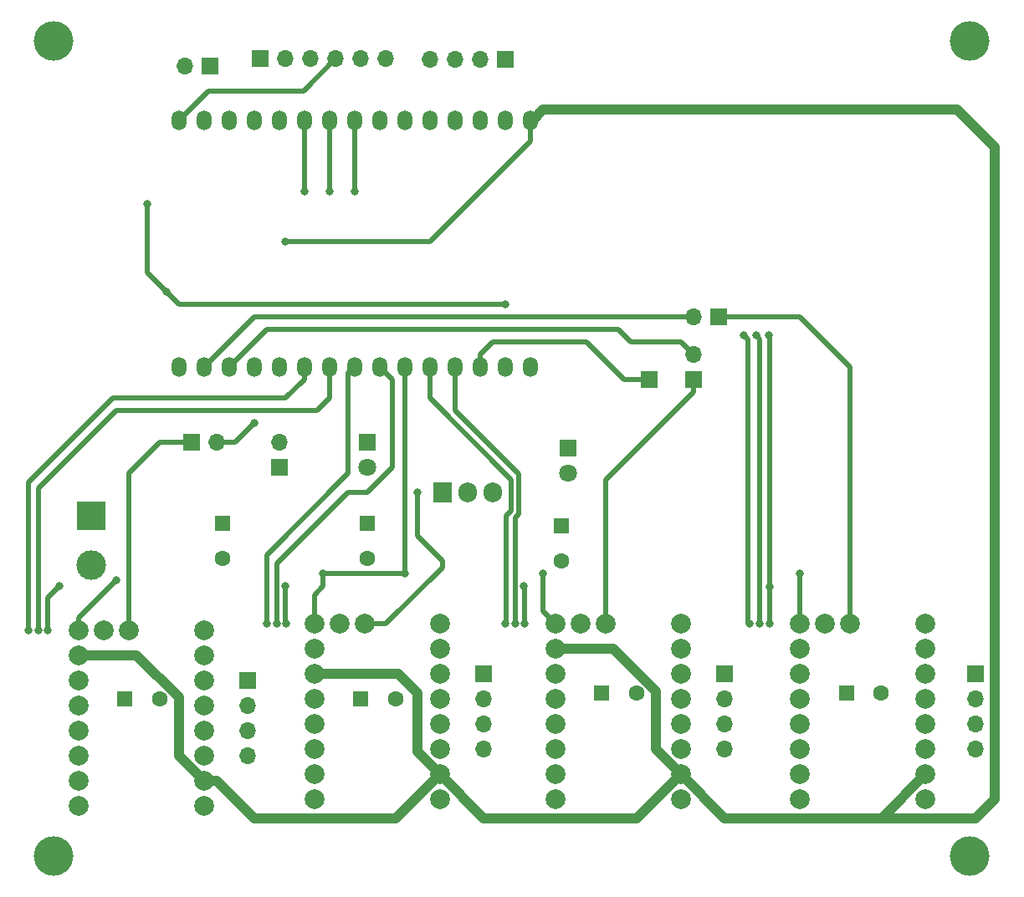
<source format=gbr>
%TF.GenerationSoftware,KiCad,Pcbnew,6.0.0-d3dd2cf0fa~116~ubuntu20.04.1*%
%TF.CreationDate,2022-01-03T11:45:49-03:00*%
%TF.ProjectId,CNC,434e432e-6b69-4636-9164-5f7063625858,1*%
%TF.SameCoordinates,Original*%
%TF.FileFunction,Copper,L2,Bot*%
%TF.FilePolarity,Positive*%
%FSLAX46Y46*%
G04 Gerber Fmt 4.6, Leading zero omitted, Abs format (unit mm)*
G04 Created by KiCad (PCBNEW 6.0.0-d3dd2cf0fa~116~ubuntu20.04.1) date 2022-01-03 11:45:49*
%MOMM*%
%LPD*%
G01*
G04 APERTURE LIST*
%TA.AperFunction,ComponentPad*%
%ADD10O,1.500000X2.000000*%
%TD*%
%TA.AperFunction,ComponentPad*%
%ADD11R,1.600000X1.600000*%
%TD*%
%TA.AperFunction,ComponentPad*%
%ADD12C,1.600000*%
%TD*%
%TA.AperFunction,ComponentPad*%
%ADD13R,1.905000X2.000000*%
%TD*%
%TA.AperFunction,ComponentPad*%
%ADD14O,1.905000X2.000000*%
%TD*%
%TA.AperFunction,ComponentPad*%
%ADD15R,1.800000X1.800000*%
%TD*%
%TA.AperFunction,ComponentPad*%
%ADD16C,1.800000*%
%TD*%
%TA.AperFunction,ComponentPad*%
%ADD17C,2.000000*%
%TD*%
%TA.AperFunction,ComponentPad*%
%ADD18R,1.700000X1.700000*%
%TD*%
%TA.AperFunction,ComponentPad*%
%ADD19O,1.700000X1.700000*%
%TD*%
%TA.AperFunction,ComponentPad*%
%ADD20R,3.000000X3.000000*%
%TD*%
%TA.AperFunction,ComponentPad*%
%ADD21C,3.000000*%
%TD*%
%TA.AperFunction,ViaPad*%
%ADD22C,0.800000*%
%TD*%
%TA.AperFunction,ViaPad*%
%ADD23C,4.000000*%
%TD*%
%TA.AperFunction,Conductor*%
%ADD24C,0.500000*%
%TD*%
%TA.AperFunction,Conductor*%
%ADD25C,1.000000*%
%TD*%
G04 APERTURE END LIST*
D10*
%TO.P,U2,1,EN*%
%TO.N,unconnected-(U2-Pad1)*%
X115505480Y-91262865D03*
%TO.P,U2,2,VP/GPIO36/ADC1_CH0*%
%TO.N,Net-(U2-Pad2)*%
X118045480Y-91262865D03*
%TO.P,U2,3,VN/GPIO39/ADC1_CH3*%
%TO.N,Net-(U2-Pad3)*%
X120585480Y-91262865D03*
%TO.P,U2,4,GPIO34/ADC1_CH6*%
%TO.N,Net-(U2-Pad4)*%
X123125480Y-91262865D03*
%TO.P,U2,5,GPIO35/ADC1_CH7*%
%TO.N,Net-(U2-Pad5)*%
X125665480Y-91262865D03*
%TO.P,U2,6,GPIO32/ADC1_CH4/TOUCH9*%
%TO.N,A-DIR*%
X128205480Y-91262865D03*
%TO.P,U2,7,GPIO33/ADC1_CH/TOUCH8*%
%TO.N,A-STEP*%
X130745480Y-91262865D03*
%TO.P,U2,8,GPIO25/DAC1/ADC2_CH8*%
%TO.N,Z-DIR*%
X133285480Y-91262865D03*
%TO.P,U2,9,GPIO26/DAC2/ADC2_CH9*%
%TO.N,Z-STEP*%
X135825480Y-91262865D03*
%TO.P,U2,10,GPIO27/ADC2_CH7/TOUCH7*%
%TO.N,MOT-ENABLE*%
X138365480Y-91262865D03*
%TO.P,U2,11,GPIO14/HSPI_CLK/ADC2_CH6/TOUCH6*%
%TO.N,Y-DIR*%
X140905480Y-91262865D03*
%TO.P,U2,12,GPIO12/HSPI_MISO/ADC2_CH5/TOUCH5*%
%TO.N,Y-STEP*%
X143445480Y-91262865D03*
%TO.P,U2,13,GPIO13/HSPI_MOSI/ADC2_CH4/TOUCH4*%
%TO.N,Net-(U2-Pad13)*%
X145985480Y-91262865D03*
%TO.P,U2,14,GND*%
%TO.N,GND*%
X148525480Y-91262865D03*
%TO.P,U2,15,VIN*%
%TO.N,+5V*%
X151065480Y-91262865D03*
%TO.P,U2,16,3V3*%
%TO.N,+3V3*%
X151065480Y-66262865D03*
%TO.P,U2,17,GND*%
%TO.N,GND*%
X148525480Y-66262865D03*
%TO.P,U2,18,GPIO15/HSPI_CS0/ADC2_CH3/TOUCH3*%
%TO.N,Net-(U2-Pad18)*%
X145985480Y-66262865D03*
%TO.P,U2,19,GPIO2/ADC2_CH2/TOUCH2/BOARD_LED*%
%TO.N,Net-(U2-Pad19)*%
X143445480Y-66262865D03*
%TO.P,U2,20,GPIO4/ADC2_CH0/TOUCH0*%
%TO.N,Net-(U2-Pad20)*%
X140905480Y-66262865D03*
%TO.P,U2,21,GPIO16/UART2_RX*%
%TO.N,MOT_UART*%
X138365480Y-66262865D03*
%TO.P,U2,22,GPIO17/UART2_TX*%
%TO.N,Net-(R3-Pad1)*%
X135825480Y-66262865D03*
%TO.P,U2,23,GPIO5/VSPI_CS0*%
%TO.N,SD-CS*%
X133285480Y-66262865D03*
%TO.P,U2,24,GPIO18/VSPI_CLK*%
%TO.N,SD-CLK*%
X130745480Y-66262865D03*
%TO.P,U2,25,GPIO19/VSPI_MISO*%
%TO.N,SD-MISO*%
X128205480Y-66262865D03*
%TO.P,U2,26,GPIO21/I2C_SDA*%
%TO.N,X-STEP*%
X125665480Y-66262865D03*
%TO.P,U2,27,GPIO3/UART0_RX*%
%TO.N,Net-(J5-Pad1)*%
X123125480Y-66262865D03*
%TO.P,U2,28,GPIO1/UART0_TX*%
%TO.N,Net-(J5-Pad2)*%
X120585480Y-66262865D03*
%TO.P,U2,29,GPIO22/I2C_SCL*%
%TO.N,X-DIR*%
X118045480Y-66262865D03*
%TO.P,U2,30,GPIO23/VSPI_MOSI*%
%TO.N,SD-MOSI*%
X115505480Y-66262865D03*
%TD*%
D11*
%TO.P,C11,1*%
%TO.N,+24V*%
X158302829Y-124272865D03*
D12*
%TO.P,C11,2*%
%TO.N,GND*%
X161802829Y-124272865D03*
%TD*%
D13*
%TO.P,U1,1,VI*%
%TO.N,+24V*%
X142175480Y-103962865D03*
D14*
%TO.P,U1,2,GND*%
%TO.N,GND*%
X144715480Y-103962865D03*
%TO.P,U1,3,VO*%
%TO.N,+5V*%
X147255480Y-103962865D03*
%TD*%
D15*
%TO.P,D2,1,K*%
%TO.N,GND*%
X154875480Y-99517865D03*
D16*
%TO.P,D2,2,A*%
%TO.N,Net-(D2-Pad2)*%
X154875480Y-102057865D03*
%TD*%
D11*
%TO.P,C3,1*%
%TO.N,+5V*%
X154240480Y-107390214D03*
D12*
%TO.P,C3,2*%
%TO.N,GND*%
X154240480Y-110890214D03*
%TD*%
D17*
%TO.P,U4,1,EN*%
%TO.N,MOT-ENABLE*%
X178370480Y-117287865D03*
%TO.P,U4,2,MS1*%
%TO.N,GND*%
X178370480Y-119827865D03*
%TO.P,U4,3,MS2*%
X178370480Y-122367865D03*
%TO.P,U4,4,PDN*%
%TO.N,MOT_UART*%
X178370480Y-124907865D03*
%TO.P,U4,5,PDN*%
%TO.N,unconnected-(U4-Pad5)*%
X178370480Y-127447865D03*
%TO.P,U4,6,CLK*%
%TO.N,GND*%
X178370480Y-129987865D03*
%TO.P,U4,7,STEP*%
%TO.N,X-STEP*%
X178370480Y-132527865D03*
%TO.P,U4,8,DIR*%
%TO.N,X-DIR*%
X178370480Y-135067865D03*
%TO.P,U4,9,GND*%
%TO.N,GND*%
X191070480Y-135067865D03*
%TO.P,U4,10,VDD_IO*%
%TO.N,+3V3*%
X191070480Y-132527865D03*
%TO.P,U4,11,B2*%
%TO.N,Net-(MOT_X1-Pad4)*%
X191070480Y-129987865D03*
%TO.P,U4,12,B1*%
%TO.N,Net-(MOT_X1-Pad3)*%
X191070480Y-127447865D03*
%TO.P,U4,13,A1*%
%TO.N,Net-(MOT_X1-Pad2)*%
X191070480Y-124907865D03*
%TO.P,U4,14,A2*%
%TO.N,Net-(MOT_X1-Pad1)*%
X191070480Y-122367865D03*
%TO.P,U4,15,GND*%
%TO.N,GND*%
X191070480Y-119827865D03*
%TO.P,U4,16,VM*%
%TO.N,+24V*%
X191070480Y-117287865D03*
%TO.P,U4,17,DIAG*%
%TO.N,X-DIAG*%
X183450480Y-117287865D03*
%TO.P,U4,18,VREF*%
%TO.N,unconnected-(U4-Pad18)*%
X180910480Y-117287865D03*
%TD*%
D15*
%TO.P,D1,1,K*%
%TO.N,GND*%
X134555480Y-98882865D03*
D16*
%TO.P,D1,2,A*%
%TO.N,Net-(D1-Pad2)*%
X134555480Y-101422865D03*
%TD*%
D18*
%TO.P,JP2,1,A*%
%TO.N,Y-DIAG*%
X167575480Y-92537865D03*
D19*
%TO.P,JP2,2,B*%
%TO.N,Net-(U2-Pad3)*%
X167575480Y-89997865D03*
%TD*%
D18*
%TO.P,MOT_Y1,1,Pin_1*%
%TO.N,Net-(MOT_Y1-Pad1)*%
X170750480Y-122377865D03*
D19*
%TO.P,MOT_Y1,2,Pin_2*%
%TO.N,Net-(MOT_Y1-Pad2)*%
X170750480Y-124917865D03*
%TO.P,MOT_Y1,3,Pin_3*%
%TO.N,Net-(MOT_Y1-Pad3)*%
X170750480Y-127457865D03*
%TO.P,MOT_Y1,4,Pin_4*%
%TO.N,Net-(MOT_Y1-Pad4)*%
X170750480Y-129997865D03*
%TD*%
D18*
%TO.P,MOT_Z1,1,Pin_1*%
%TO.N,Net-(MOT_Z1-Pad1)*%
X146368131Y-122387865D03*
D19*
%TO.P,MOT_Z1,2,Pin_2*%
%TO.N,Net-(MOT_Z1-Pad2)*%
X146368131Y-124927865D03*
%TO.P,MOT_Z1,3,Pin_3*%
%TO.N,Net-(MOT_Z1-Pad3)*%
X146368131Y-127467865D03*
%TO.P,MOT_Z1,4,Pin_4*%
%TO.N,Net-(MOT_Z1-Pad4)*%
X146368131Y-130007865D03*
%TD*%
D18*
%TO.P,J5,1,Pin_1*%
%TO.N,Net-(J5-Pad1)*%
X118680480Y-60782865D03*
D19*
%TO.P,J5,2,Pin_2*%
%TO.N,Net-(J5-Pad2)*%
X116140480Y-60782865D03*
%TD*%
D17*
%TO.P,U6,1,EN*%
%TO.N,MOT-ENABLE*%
X153605480Y-117287865D03*
%TO.P,U6,2,MS1*%
%TO.N,+3V3*%
X153605480Y-119827865D03*
%TO.P,U6,3,MS2*%
%TO.N,GND*%
X153605480Y-122367865D03*
%TO.P,U6,4,PDN*%
%TO.N,MOT_UART*%
X153605480Y-124907865D03*
%TO.P,U6,5,PDN*%
%TO.N,unconnected-(U6-Pad5)*%
X153605480Y-127447865D03*
%TO.P,U6,6,CLK*%
%TO.N,GND*%
X153605480Y-129987865D03*
%TO.P,U6,7,STEP*%
%TO.N,Y-STEP*%
X153605480Y-132527865D03*
%TO.P,U6,8,DIR*%
%TO.N,Y-DIR*%
X153605480Y-135067865D03*
%TO.P,U6,9,GND*%
%TO.N,GND*%
X166305480Y-135067865D03*
%TO.P,U6,10,VDD_IO*%
%TO.N,+3V3*%
X166305480Y-132527865D03*
%TO.P,U6,11,B2*%
%TO.N,Net-(MOT_Y1-Pad4)*%
X166305480Y-129987865D03*
%TO.P,U6,12,B1*%
%TO.N,Net-(MOT_Y1-Pad3)*%
X166305480Y-127447865D03*
%TO.P,U6,13,A1*%
%TO.N,Net-(MOT_Y1-Pad2)*%
X166305480Y-124907865D03*
%TO.P,U6,14,A2*%
%TO.N,Net-(MOT_Y1-Pad1)*%
X166305480Y-122367865D03*
%TO.P,U6,15,GND*%
%TO.N,GND*%
X166305480Y-119827865D03*
%TO.P,U6,16,VM*%
%TO.N,+24V*%
X166305480Y-117287865D03*
%TO.P,U6,17,DIAG*%
%TO.N,Y-DIAG*%
X158685480Y-117287865D03*
%TO.P,U6,18,VREF*%
%TO.N,unconnected-(U6-Pad18)*%
X156145480Y-117287865D03*
%TD*%
D18*
%TO.P,J3,1,Pin_1*%
%TO.N,GND*%
X123760480Y-60077865D03*
D19*
%TO.P,J3,2,Pin_2*%
%TO.N,+3V3*%
X126300480Y-60077865D03*
%TO.P,J3,3,Pin_3*%
%TO.N,SD-MISO*%
X128840480Y-60077865D03*
%TO.P,J3,4,Pin_4*%
%TO.N,SD-MOSI*%
X131380480Y-60077865D03*
%TO.P,J3,5,Pin_5*%
%TO.N,SD-CLK*%
X133920480Y-60077865D03*
%TO.P,J3,6,Pin_6*%
%TO.N,SD-CS*%
X136460480Y-60077865D03*
%TD*%
D18*
%TO.P,JP4,1,A*%
%TO.N,Z-DIAG*%
X125665480Y-101422865D03*
D19*
%TO.P,JP4,2,B*%
%TO.N,Net-(U2-Pad5)*%
X125665480Y-98882865D03*
%TD*%
D20*
%TO.P,J1,1,Pin_1*%
%TO.N,+24V*%
X106615480Y-106330516D03*
D21*
%TO.P,J1,2,Pin_2*%
%TO.N,GND*%
X106615480Y-111330516D03*
%TD*%
D18*
%TO.P,MOT_A1,1,Pin_1*%
%TO.N,Net-(MOT_A1-Pad1)*%
X122490480Y-123012865D03*
D19*
%TO.P,MOT_A1,2,Pin_2*%
%TO.N,Net-(MOT_A1-Pad2)*%
X122490480Y-125552865D03*
%TO.P,MOT_A1,3,Pin_3*%
%TO.N,Net-(MOT_A1-Pad3)*%
X122490480Y-128092865D03*
%TO.P,MOT_A1,4,Pin_4*%
%TO.N,Net-(MOT_A1-Pad4)*%
X122490480Y-130632865D03*
%TD*%
D11*
%TO.P,C2,1*%
%TO.N,+24V*%
X134555480Y-107137865D03*
D12*
%TO.P,C2,2*%
%TO.N,GND*%
X134555480Y-110637865D03*
%TD*%
D18*
%TO.P,J2,1,Pin_1*%
%TO.N,Net-(U2-Pad13)*%
X163130480Y-92532865D03*
%TD*%
%TO.P,J6,1,Pin_1*%
%TO.N,GND*%
X148525480Y-60147865D03*
D19*
%TO.P,J6,2,Pin_2*%
%TO.N,Net-(U2-Pad18)*%
X145985480Y-60147865D03*
%TO.P,J6,3,Pin_3*%
%TO.N,Net-(U2-Pad19)*%
X143445480Y-60147865D03*
%TO.P,J6,4,Pin_4*%
%TO.N,Net-(U2-Pad20)*%
X140905480Y-60147865D03*
%TD*%
D11*
%TO.P,C1,1*%
%TO.N,+24V*%
X119950480Y-107137865D03*
D12*
%TO.P,C1,2*%
%TO.N,GND*%
X119950480Y-110637865D03*
%TD*%
D17*
%TO.P,U5,1,EN*%
%TO.N,MOT-ENABLE*%
X105345480Y-117922865D03*
%TO.P,U5,2,MS1*%
%TO.N,+3V3*%
X105345480Y-120462865D03*
%TO.P,U5,3,MS2*%
X105345480Y-123002865D03*
%TO.P,U5,4,PDN*%
%TO.N,MOT_UART*%
X105345480Y-125542865D03*
%TO.P,U5,5,PDN*%
%TO.N,unconnected-(U5-Pad5)*%
X105345480Y-128082865D03*
%TO.P,U5,6,CLK*%
%TO.N,GND*%
X105345480Y-130622865D03*
%TO.P,U5,7,STEP*%
%TO.N,A-STEP*%
X105345480Y-133162865D03*
%TO.P,U5,8,DIR*%
%TO.N,A-DIR*%
X105345480Y-135702865D03*
%TO.P,U5,9,GND*%
%TO.N,GND*%
X118045480Y-135702865D03*
%TO.P,U5,10,VDD_IO*%
%TO.N,+3V3*%
X118045480Y-133162865D03*
%TO.P,U5,11,B2*%
%TO.N,Net-(MOT_A1-Pad4)*%
X118045480Y-130622865D03*
%TO.P,U5,12,B1*%
%TO.N,Net-(MOT_A1-Pad3)*%
X118045480Y-128082865D03*
%TO.P,U5,13,A1*%
%TO.N,Net-(MOT_A1-Pad2)*%
X118045480Y-125542865D03*
%TO.P,U5,14,A2*%
%TO.N,Net-(MOT_A1-Pad1)*%
X118045480Y-123002865D03*
%TO.P,U5,15,GND*%
%TO.N,GND*%
X118045480Y-120462865D03*
%TO.P,U5,16,VM*%
%TO.N,+24V*%
X118045480Y-117922865D03*
%TO.P,U5,17,DIAG*%
%TO.N,A-DIAG*%
X110425480Y-117922865D03*
%TO.P,U5,18,VREF*%
%TO.N,unconnected-(U5-Pad18)*%
X107885480Y-117922865D03*
%TD*%
D11*
%TO.P,C6,1*%
%TO.N,+24V*%
X183067829Y-124272865D03*
D12*
%TO.P,C6,2*%
%TO.N,GND*%
X186567829Y-124272865D03*
%TD*%
D17*
%TO.P,U3,1,EN*%
%TO.N,MOT-ENABLE*%
X129223131Y-117297865D03*
%TO.P,U3,2,MS1*%
%TO.N,GND*%
X129223131Y-119837865D03*
%TO.P,U3,3,MS2*%
%TO.N,+3V3*%
X129223131Y-122377865D03*
%TO.P,U3,4,PDN*%
%TO.N,MOT_UART*%
X129223131Y-124917865D03*
%TO.P,U3,5,PDN*%
%TO.N,unconnected-(U3-Pad5)*%
X129223131Y-127457865D03*
%TO.P,U3,6,CLK*%
%TO.N,GND*%
X129223131Y-129997865D03*
%TO.P,U3,7,STEP*%
%TO.N,Z-STEP*%
X129223131Y-132537865D03*
%TO.P,U3,8,DIR*%
%TO.N,Z-DIR*%
X129223131Y-135077865D03*
%TO.P,U3,9,GND*%
%TO.N,GND*%
X141923131Y-135077865D03*
%TO.P,U3,10,VDD_IO*%
%TO.N,+3V3*%
X141923131Y-132537865D03*
%TO.P,U3,11,B2*%
%TO.N,Net-(MOT_Z1-Pad4)*%
X141923131Y-129997865D03*
%TO.P,U3,12,B1*%
%TO.N,Net-(MOT_Z1-Pad3)*%
X141923131Y-127457865D03*
%TO.P,U3,13,A1*%
%TO.N,Net-(MOT_Z1-Pad2)*%
X141923131Y-124917865D03*
%TO.P,U3,14,A2*%
%TO.N,Net-(MOT_Z1-Pad1)*%
X141923131Y-122377865D03*
%TO.P,U3,15,GND*%
%TO.N,GND*%
X141923131Y-119837865D03*
%TO.P,U3,16,VM*%
%TO.N,+24V*%
X141923131Y-117297865D03*
%TO.P,U3,17,DIAG*%
%TO.N,Z-DIAG*%
X134303131Y-117297865D03*
%TO.P,U3,18,VREF*%
%TO.N,unconnected-(U3-Pad18)*%
X131763131Y-117297865D03*
%TD*%
D11*
%TO.P,C4,1*%
%TO.N,+24V*%
X133920480Y-124917865D03*
D12*
%TO.P,C4,2*%
%TO.N,GND*%
X137420480Y-124917865D03*
%TD*%
D11*
%TO.P,C10,1*%
%TO.N,+24V*%
X110042829Y-124907865D03*
D12*
%TO.P,C10,2*%
%TO.N,GND*%
X113542829Y-124907865D03*
%TD*%
D18*
%TO.P,JP1,1,A*%
%TO.N,X-DIAG*%
X170115480Y-86182865D03*
D19*
%TO.P,JP1,2,B*%
%TO.N,Net-(U2-Pad2)*%
X167575480Y-86182865D03*
%TD*%
D18*
%TO.P,MOT_X1,1,Pin_1*%
%TO.N,Net-(MOT_X1-Pad1)*%
X196150480Y-122377865D03*
D19*
%TO.P,MOT_X1,2,Pin_2*%
%TO.N,Net-(MOT_X1-Pad2)*%
X196150480Y-124917865D03*
%TO.P,MOT_X1,3,Pin_3*%
%TO.N,Net-(MOT_X1-Pad3)*%
X196150480Y-127457865D03*
%TO.P,MOT_X1,4,Pin_4*%
%TO.N,Net-(MOT_X1-Pad4)*%
X196150480Y-129997865D03*
%TD*%
D18*
%TO.P,JP3,1,A*%
%TO.N,A-DIAG*%
X116775480Y-98882865D03*
D19*
%TO.P,JP3,2,B*%
%TO.N,Net-(U2-Pad4)*%
X119315480Y-98882865D03*
%TD*%
D22*
%TO.N,GND*%
X112330480Y-74752865D03*
X114235480Y-83642865D03*
D23*
X102805480Y-58242865D03*
X102805480Y-140792865D03*
D22*
X148525480Y-84912865D03*
D23*
X195515480Y-58242865D03*
X195515480Y-140792865D03*
D22*
%TO.N,+3V3*%
X126300480Y-78562865D03*
%TO.N,SD-MISO*%
X128205480Y-73482865D03*
%TO.N,SD-CLK*%
X130745480Y-73482865D03*
%TO.N,SD-CS*%
X133285480Y-73482865D03*
%TO.N,MOT_UART*%
X126399486Y-117307865D03*
X102269486Y-117942865D03*
X126300480Y-113487865D03*
X175289486Y-113581871D03*
X103440480Y-113487865D03*
X150430480Y-113487865D03*
X175195480Y-88087865D03*
X175289486Y-117297865D03*
X150529486Y-117307865D03*
%TO.N,Y-STEP*%
X149529983Y-117307865D03*
%TO.N,Y-DIR*%
X148530480Y-117307865D03*
%TO.N,Z-STEP*%
X125399983Y-117307865D03*
%TO.N,Z-DIR*%
X124400480Y-117307865D03*
%TO.N,MOT-ENABLE*%
X138365480Y-112217865D03*
X152335480Y-112217865D03*
X109155480Y-112852865D03*
X130110480Y-112217865D03*
X178370480Y-112217865D03*
%TO.N,A-STEP*%
X101269983Y-117942865D03*
%TO.N,A-DIR*%
X100270480Y-117942865D03*
%TO.N,X-DIR*%
X172655480Y-88087865D03*
X173290480Y-117297865D03*
%TO.N,X-STEP*%
X174289983Y-117297865D03*
X173925480Y-88087865D03*
%TO.N,Z-DIAG*%
X139635480Y-103962865D03*
%TO.N,Net-(U2-Pad4)*%
X123125480Y-96977865D03*
%TD*%
D24*
%TO.N,GND*%
X112330480Y-74752865D02*
X112330480Y-81737865D01*
X148525480Y-84912865D02*
X115505480Y-84912865D01*
X115505480Y-84912865D02*
X114235480Y-83642865D01*
X112330480Y-81737865D02*
X114235480Y-83642865D01*
D25*
%TO.N,+3V3*%
X161850480Y-136982865D02*
X146368131Y-136982865D01*
X186615480Y-136982865D02*
X191070480Y-132527865D01*
X111218459Y-120462865D02*
X115505480Y-124749886D01*
X198055480Y-135077865D02*
X198055480Y-69037865D01*
X186615480Y-136982865D02*
X196150480Y-136982865D01*
X163765480Y-129987865D02*
X166305480Y-132527865D01*
X129223131Y-122377865D02*
X137730480Y-122377865D01*
X119305480Y-133162865D02*
X123125480Y-136982865D01*
D24*
X126300480Y-78562865D02*
X140905480Y-78562865D01*
D25*
X198055480Y-69037865D02*
X194245480Y-65227865D01*
X118045480Y-133162865D02*
X119305480Y-133162865D01*
X139635480Y-124282865D02*
X139635480Y-130250214D01*
X166305480Y-132527865D02*
X161850480Y-136982865D01*
X151300480Y-66262865D02*
X151065480Y-66262865D01*
D24*
X151065480Y-68402865D02*
X151065480Y-66262865D01*
D25*
X137730480Y-122377865D02*
X139635480Y-124282865D01*
X166305480Y-132527865D02*
X170760480Y-136982865D01*
X123125480Y-136982865D02*
X137478131Y-136982865D01*
X153605480Y-119827865D02*
X159478459Y-119827865D01*
X163765480Y-124114886D02*
X163765480Y-129987865D01*
X146368131Y-136982865D02*
X141923131Y-132537865D01*
X194245480Y-65227865D02*
X152335480Y-65227865D01*
X170760480Y-136982865D02*
X186615480Y-136982865D01*
X152335480Y-65227865D02*
X151300480Y-66262865D01*
X196150480Y-136982865D02*
X198055480Y-135077865D01*
D24*
X140905480Y-78562865D02*
X151065480Y-68402865D01*
D25*
X115505480Y-124749886D02*
X115505480Y-130622865D01*
X139635480Y-130250214D02*
X141923131Y-132537865D01*
X115505480Y-130622865D02*
X118045480Y-133162865D01*
X137478131Y-136982865D02*
X141923131Y-132537865D01*
X105345480Y-120462865D02*
X111218459Y-120462865D01*
X159478459Y-119827865D02*
X163765480Y-124114886D01*
D24*
%TO.N,SD-MISO*%
X128205480Y-73482865D02*
X128205480Y-66262865D01*
%TO.N,SD-MOSI*%
X115505480Y-66262865D02*
X118445480Y-63322865D01*
X118445480Y-63322865D02*
X128135480Y-63322865D01*
X128135480Y-63322865D02*
X131380480Y-60077865D01*
%TO.N,SD-CLK*%
X130745480Y-73482865D02*
X130745480Y-66262865D01*
%TO.N,SD-CS*%
X133285480Y-73482865D02*
X133285480Y-66262865D01*
%TO.N,MOT_UART*%
X175289486Y-88181871D02*
X175195480Y-88087865D01*
X102269486Y-117942865D02*
X102269486Y-114658859D01*
X102269486Y-114658859D02*
X103440480Y-113487865D01*
X150529486Y-113586871D02*
X150430480Y-113487865D01*
X126300480Y-117208859D02*
X126399486Y-117307865D01*
X175289486Y-113581871D02*
X175289486Y-88181871D01*
X150529486Y-117307865D02*
X150529486Y-113586871D01*
X126300480Y-113487865D02*
X126300480Y-117208859D01*
X175289486Y-117297865D02*
X175289486Y-113581871D01*
%TO.N,Y-STEP*%
X143445480Y-95707865D02*
X143445480Y-91262865D01*
X149860000Y-106157615D02*
X149860000Y-102122385D01*
X149529983Y-117307865D02*
X149529983Y-106487632D01*
X149529983Y-106487632D02*
X149860000Y-106157615D01*
X149860000Y-102122385D02*
X143445480Y-95707865D01*
%TO.N,Y-DIR*%
X148530480Y-117307865D02*
X148657500Y-117180845D01*
X149160480Y-102692865D02*
X140905480Y-94437865D01*
X148657500Y-117180845D02*
X148657500Y-106370845D01*
X148657500Y-106370845D02*
X149160480Y-105867865D01*
X149160480Y-105867865D02*
X149160480Y-102692865D01*
X140905480Y-94437865D02*
X140905480Y-91262865D01*
%TO.N,Z-STEP*%
X137095480Y-101422865D02*
X137095480Y-92532865D01*
X137095480Y-92532865D02*
X135825480Y-91262865D01*
X125399983Y-117307865D02*
X125399983Y-111213362D01*
X132650480Y-103962865D02*
X134555480Y-103962865D01*
X134555480Y-103962865D02*
X137095480Y-101422865D01*
X125399983Y-111213362D02*
X132650480Y-103962865D01*
%TO.N,Z-DIR*%
X124400480Y-110307865D02*
X132650480Y-102057865D01*
X124400480Y-117307865D02*
X124400480Y-110307865D01*
X132650480Y-102057865D02*
X132650480Y-91897865D01*
X132650480Y-91897865D02*
X133285480Y-91262865D01*
%TO.N,MOT-ENABLE*%
X130110480Y-112217865D02*
X130110480Y-113487865D01*
X152335480Y-112217865D02*
X152335480Y-116017865D01*
X130110480Y-113487865D02*
X129223131Y-114375214D01*
X138365480Y-112217865D02*
X138365480Y-91262865D01*
X130110480Y-112217865D02*
X138365480Y-112217865D01*
X109155480Y-112852865D02*
X105345480Y-116662865D01*
X105345480Y-116662865D02*
X105345480Y-117922865D01*
X178370480Y-112217865D02*
X178370480Y-117287865D01*
X152335480Y-116017865D02*
X153605480Y-117287865D01*
X129223131Y-114375214D02*
X129223131Y-117297865D01*
%TO.N,A-STEP*%
X101269983Y-103593362D02*
X109155480Y-95707865D01*
X109155480Y-95707865D02*
X129475480Y-95707865D01*
X129475480Y-95707865D02*
X130745480Y-94437865D01*
X130745480Y-94437865D02*
X130745480Y-91262865D01*
X101269983Y-117942865D02*
X101269983Y-103593362D01*
%TO.N,A-DIR*%
X108801210Y-94437865D02*
X126300480Y-94437865D01*
X126300480Y-94437865D02*
X128205480Y-92532865D01*
X128205480Y-92532865D02*
X128205480Y-91262865D01*
X100270480Y-102968595D02*
X108801210Y-94437865D01*
X100270480Y-117942865D02*
X100270480Y-102968595D01*
%TO.N,X-DIR*%
X173075969Y-117083354D02*
X173290480Y-117297865D01*
X172655480Y-88087865D02*
X173075969Y-88508354D01*
X173075969Y-88508354D02*
X173075969Y-117083354D01*
%TO.N,X-STEP*%
X174289983Y-88452368D02*
X173925480Y-88087865D01*
X174289983Y-117297865D02*
X174289983Y-88452368D01*
%TO.N,Z-DIAG*%
X134303131Y-117297865D02*
X136460480Y-117297865D01*
X136460480Y-117297865D02*
X142175480Y-111582865D01*
X142175480Y-110947865D02*
X139635480Y-108407865D01*
X142175480Y-111582865D02*
X142175480Y-110947865D01*
X139635480Y-108407865D02*
X139635480Y-103962865D01*
%TO.N,X-DIAG*%
X183450480Y-117287865D02*
X183450480Y-91262865D01*
X178370480Y-86182865D02*
X170115480Y-86182865D01*
X183450480Y-91262865D02*
X178370480Y-86182865D01*
%TO.N,A-DIAG*%
X110425480Y-117922865D02*
X110425480Y-102057865D01*
X113600480Y-98882865D02*
X116775480Y-98882865D01*
X110425480Y-102057865D02*
X113600480Y-98882865D01*
%TO.N,Y-DIAG*%
X167575480Y-93802865D02*
X167575480Y-92537865D01*
X158685480Y-117287865D02*
X158685480Y-102692865D01*
X158685480Y-102692865D02*
X167575480Y-93802865D01*
%TO.N,Net-(U2-Pad2)*%
X157415480Y-86182865D02*
X123125480Y-86182865D01*
X167575480Y-86182865D02*
X157415480Y-86182865D01*
X123125480Y-86182865D02*
X118045480Y-91262865D01*
%TO.N,Net-(U2-Pad3)*%
X167575480Y-89997865D02*
X166300480Y-88722865D01*
X166300480Y-88722865D02*
X161225480Y-88722865D01*
X124395480Y-87452865D02*
X120585480Y-91262865D01*
X161225480Y-88722865D02*
X159955480Y-87452865D01*
X159955480Y-87452865D02*
X124395480Y-87452865D01*
%TO.N,Net-(U2-Pad4)*%
X119315480Y-98882865D02*
X121220480Y-98882865D01*
X121220480Y-98882865D02*
X123125480Y-96977865D01*
%TO.N,Net-(U2-Pad13)*%
X163130480Y-92532865D02*
X160590480Y-92532865D01*
X145985480Y-89992865D02*
X145985480Y-91262865D01*
X156780480Y-88722865D02*
X147255480Y-88722865D01*
X147255480Y-88722865D02*
X145985480Y-89992865D01*
X160590480Y-92532865D02*
X156780480Y-88722865D01*
%TD*%
M02*

</source>
